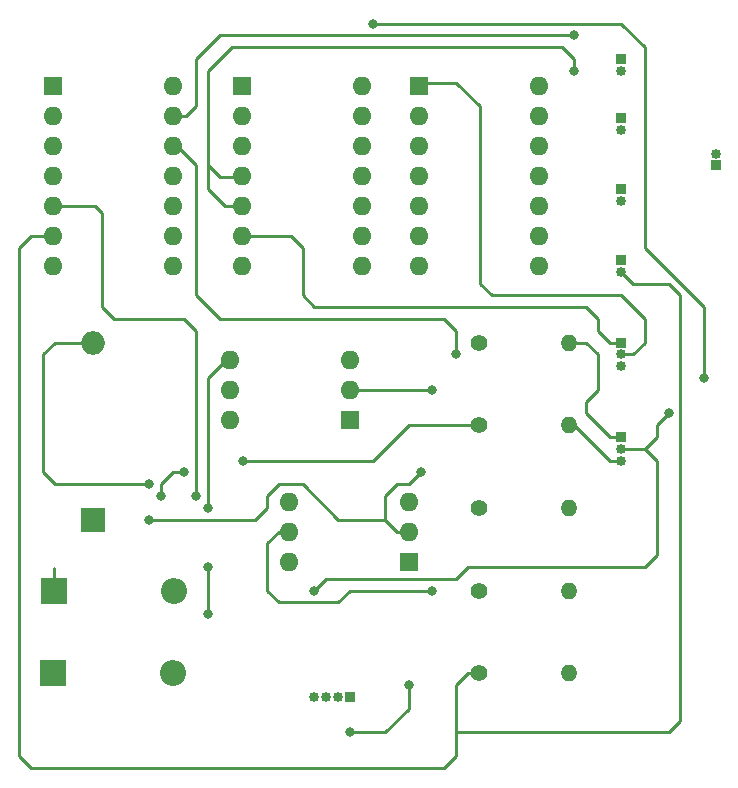
<source format=gbr>
%TF.GenerationSoftware,KiCad,Pcbnew,7.0.1-0*%
%TF.CreationDate,2023-05-12T11:35:49+01:00*%
%TF.ProjectId,rs232,72733233-322e-46b6-9963-61645f706362,rev?*%
%TF.SameCoordinates,Original*%
%TF.FileFunction,Copper,L2,Bot*%
%TF.FilePolarity,Positive*%
%FSLAX46Y46*%
G04 Gerber Fmt 4.6, Leading zero omitted, Abs format (unit mm)*
G04 Created by KiCad (PCBNEW 7.0.1-0) date 2023-05-12 11:35:49*
%MOMM*%
%LPD*%
G01*
G04 APERTURE LIST*
%TA.AperFunction,ComponentPad*%
%ADD10R,0.850000X0.850000*%
%TD*%
%TA.AperFunction,ComponentPad*%
%ADD11O,0.850000X0.850000*%
%TD*%
%TA.AperFunction,ComponentPad*%
%ADD12C,1.400000*%
%TD*%
%TA.AperFunction,ComponentPad*%
%ADD13O,1.400000X1.400000*%
%TD*%
%TA.AperFunction,ComponentPad*%
%ADD14R,1.600000X1.600000*%
%TD*%
%TA.AperFunction,ComponentPad*%
%ADD15O,1.600000X1.600000*%
%TD*%
%TA.AperFunction,ComponentPad*%
%ADD16R,2.200000X2.200000*%
%TD*%
%TA.AperFunction,ComponentPad*%
%ADD17O,2.200000X2.200000*%
%TD*%
%TA.AperFunction,ComponentPad*%
%ADD18R,2.000000X2.000000*%
%TD*%
%TA.AperFunction,ComponentPad*%
%ADD19O,2.000000X2.000000*%
%TD*%
%TA.AperFunction,ViaPad*%
%ADD20C,0.800000*%
%TD*%
%TA.AperFunction,Conductor*%
%ADD21C,0.250000*%
%TD*%
G04 APERTURE END LIST*
D10*
%TO.P,TSC1,1*%
%TO.N,N/C*%
X233000000Y-99000000D03*
D11*
%TO.P,TSC1,2*%
X233000000Y-100000000D03*
%TD*%
D10*
%TO.P,TSC4,1*%
%TO.N,N/C*%
X233000000Y-105000000D03*
D11*
%TO.P,TSC4,2*%
X233000000Y-106000000D03*
%TD*%
D10*
%TO.P,TSC3,1*%
%TO.N,N/C*%
X233000000Y-88000000D03*
D11*
%TO.P,TSC3,2*%
X233000000Y-89000000D03*
%TD*%
D10*
%TO.P,TSC2,1*%
%TO.N,N/C*%
X233000000Y-93000000D03*
D11*
%TO.P,TSC2,2*%
X233000000Y-94000000D03*
%TD*%
D12*
%TO.P,R4,1*%
%TO.N,Net-(C12-Pad1)*%
X220980000Y-112000000D03*
D13*
%TO.P,R4,2*%
%TO.N,Net-(J1-Pin_1)*%
X228600000Y-112000000D03*
%TD*%
D14*
%TO.P,E40,1,1A*%
%TO.N,unconnected-(E40-1A-Pad1)*%
X184840000Y-90300000D03*
D15*
%TO.P,E40,2,1Y*%
%TO.N,unconnected-(E40-1Y-Pad2)*%
X184840000Y-92840000D03*
%TO.P,E40,3,2A*%
%TO.N,unconnected-(E40-2A-Pad3)*%
X184840000Y-95380000D03*
%TO.P,E40,4,2Y*%
%TO.N,unconnected-(E40-2Y-Pad4)*%
X184840000Y-97920000D03*
%TO.P,E40,5,3A*%
%TO.N,Net-(E40-3A)*%
X184840000Y-100460000D03*
%TO.P,E40,6,3Y*%
%TO.N,Net-(E40-3Y)*%
X184840000Y-103000000D03*
%TO.P,E40,7,GND*%
%TO.N,unconnected-(E40-GND-Pad7)*%
X184840000Y-105540000D03*
%TO.P,E40,8,4Y*%
%TO.N,unconnected-(E40-4Y-Pad8)*%
X195000000Y-105540000D03*
%TO.P,E40,9,4A*%
%TO.N,unconnected-(E40-4A-Pad9)*%
X195000000Y-103000000D03*
%TO.P,E40,10,5Y*%
%TO.N,unconnected-(E40-5Y-Pad10)*%
X195000000Y-100460000D03*
%TO.P,E40,11,5A*%
%TO.N,unconnected-(E40-5A-Pad11)*%
X195000000Y-97920000D03*
%TO.P,E40,12,6Y*%
%TO.N,Net-(E40-6Y)*%
X195000000Y-95380000D03*
%TO.P,E40,13,6A*%
%TO.N,Net-(E40-6A)*%
X195000000Y-92840000D03*
%TO.P,E40,14,V_{CC}*%
%TO.N,unconnected-(E40-V_{CC}-Pad14)*%
X195000000Y-90300000D03*
%TD*%
D14*
%TO.P,E31,1,A*%
%TO.N,Net-(E31-A)*%
X215000000Y-130540000D03*
D15*
%TO.P,E31,2,C*%
%TO.N,Net-(C12-Pad1)*%
X215000000Y-128000000D03*
%TO.P,E31,3,N/C*%
%TO.N,unconnected-(E31-N{slash}C-Pad3)*%
X215000000Y-125460000D03*
%TO.P,E31,4,E*%
%TO.N,Net-(E31-E)*%
X204840000Y-125460000D03*
%TO.P,E31,5,C*%
%TO.N,Net-(E40-3A)*%
X204840000Y-128000000D03*
%TO.P,E31,6,B*%
%TO.N,unconnected-(E31-B-Pad6)*%
X204840000Y-130540000D03*
%TD*%
D10*
%TO.P,J1,1,Pin_1*%
%TO.N,Net-(J1-Pin_1)*%
X233000000Y-120000000D03*
D11*
%TO.P,J1,2,Pin_2*%
%TO.N,Net-(D10-A)*%
X233000000Y-121000000D03*
%TO.P,J1,3,Pin_3*%
%TO.N,Net-(J1-Pin_3)*%
X233000000Y-122000000D03*
%TD*%
D10*
%TO.P,J4,1,Pin_1*%
%TO.N,Net-(J4-Pin_1)*%
X241000000Y-97000000D03*
D11*
%TO.P,J4,2,Pin_2*%
%TO.N,Net-(J4-Pin_2)*%
X241000000Y-96000000D03*
%TD*%
D14*
%TO.P,E52,1,1A*%
%TO.N,Net-(E52-1A)*%
X215840000Y-90300000D03*
D15*
%TO.P,E52,2,1CONT*%
%TO.N,unconnected-(E52-1CONT-Pad2)*%
X215840000Y-92840000D03*
%TO.P,E52,3,1Y*%
%TO.N,Net-(E52-1Y)*%
X215840000Y-95380000D03*
%TO.P,E52,4,2A*%
%TO.N,unconnected-(E52-2A-Pad4)*%
X215840000Y-97920000D03*
%TO.P,E52,5,2CONT*%
%TO.N,unconnected-(E52-2CONT-Pad5)*%
X215840000Y-100460000D03*
%TO.P,E52,6,2Y*%
%TO.N,unconnected-(E52-2Y-Pad6)*%
X215840000Y-103000000D03*
%TO.P,E52,7,GND*%
%TO.N,unconnected-(E52-GND-Pad7)*%
X215840000Y-105540000D03*
%TO.P,E52,8,3Y*%
%TO.N,Net-(E52-3Y)*%
X226000000Y-105540000D03*
%TO.P,E52,9,3CONT*%
%TO.N,unconnected-(E52-3CONT-Pad9)*%
X226000000Y-103000000D03*
%TO.P,E52,10,3A*%
%TO.N,unconnected-(E52-3A-Pad10)*%
X226000000Y-100460000D03*
%TO.P,E52,11,4Y*%
%TO.N,unconnected-(E52-4Y-Pad11)*%
X226000000Y-97920000D03*
%TO.P,E52,12,4CONT*%
%TO.N,unconnected-(E52-4CONT-Pad12)*%
X226000000Y-95380000D03*
%TO.P,E52,13,4A*%
%TO.N,unconnected-(E52-4A-Pad13)*%
X226000000Y-92840000D03*
%TO.P,E52,14,V_{CC}*%
%TO.N,unconnected-(E52-V_{CC}-Pad14)*%
X226000000Y-90300000D03*
%TD*%
D14*
%TO.P,E46,1,V_{CC}-*%
%TO.N,Net-(D10-A)*%
X200840000Y-90300000D03*
D15*
%TO.P,E46,2,1A*%
%TO.N,unconnected-(E46-1A-Pad2)*%
X200840000Y-92840000D03*
%TO.P,E46,3,1Y*%
%TO.N,unconnected-(E46-1Y-Pad3)*%
X200840000Y-95380000D03*
%TO.P,E46,4,2A*%
%TO.N,Net-(E46-2A)*%
X200840000Y-97920000D03*
%TO.P,E46,5,2B*%
X200840000Y-100460000D03*
%TO.P,E46,6,2Y*%
%TO.N,Net-(E46-2Y)*%
X200840000Y-103000000D03*
%TO.P,E46,7,GND*%
%TO.N,unconnected-(E46-GND-Pad7)*%
X200840000Y-105540000D03*
%TO.P,E46,8,3Y*%
%TO.N,Net-(E46-3Y)*%
X211000000Y-105540000D03*
%TO.P,E46,9,3A*%
%TO.N,unconnected-(E46-3A-Pad9)*%
X211000000Y-103000000D03*
%TO.P,E46,10,3B*%
%TO.N,unconnected-(E46-3B-Pad10)*%
X211000000Y-100460000D03*
%TO.P,E46,11,4Y*%
%TO.N,unconnected-(E46-4Y-Pad11)*%
X211000000Y-97920000D03*
%TO.P,E46,12,4A*%
%TO.N,unconnected-(E46-4A-Pad12)*%
X211000000Y-95380000D03*
%TO.P,E46,13,4B*%
%TO.N,unconnected-(E46-4B-Pad13)*%
X211000000Y-92840000D03*
%TO.P,E46,14,V_{CC}+*%
%TO.N,Net-(E31-A)*%
X211000000Y-90300000D03*
%TD*%
D16*
%TO.P,D11,1,K*%
%TO.N,Net-(D10-K)*%
X184840000Y-140000000D03*
D17*
%TO.P,D11,2,A*%
%TO.N,Net-(D11-A)*%
X195000000Y-140000000D03*
%TD*%
D12*
%TO.P,R5,1*%
%TO.N,Net-(D10-K)*%
X220980000Y-119000000D03*
D13*
%TO.P,R5,2*%
%TO.N,Net-(J1-Pin_3)*%
X228600000Y-119000000D03*
%TD*%
D10*
%TO.P,J3,1,Pin_1*%
%TO.N,Net-(E46-2Y)*%
X233000000Y-112000000D03*
D11*
%TO.P,J3,2,Pin_2*%
%TO.N,Net-(E52-1A)*%
X233000000Y-113000000D03*
%TO.P,J3,3,Pin_3*%
%TO.N,Net-(E31-E)*%
X233000000Y-114000000D03*
%TD*%
D18*
%TO.P,C12,1*%
%TO.N,Net-(C12-Pad1)*%
X188242500Y-127000000D03*
D19*
%TO.P,C12,2*%
%TO.N,Net-(E31-E)*%
X188242500Y-112000000D03*
%TD*%
D14*
%TO.P,E30,1,A*%
%TO.N,Net-(E30-A)*%
X210000000Y-118540000D03*
D15*
%TO.P,E30,2,C*%
%TO.N,Net-(E30-C-Pad2)*%
X210000000Y-116000000D03*
%TO.P,E30,3,N/C*%
%TO.N,unconnected-(E30-N{slash}C-Pad3)*%
X210000000Y-113460000D03*
%TO.P,E30,4,E*%
%TO.N,Net-(D11-A)*%
X199840000Y-113460000D03*
%TO.P,E30,5,C*%
%TO.N,Net-(E31-A)*%
X199840000Y-116000000D03*
%TO.P,E30,6,B*%
%TO.N,unconnected-(E30-B-Pad6)*%
X199840000Y-118540000D03*
%TD*%
D12*
%TO.P,R16,1*%
%TO.N,Net-(E40-3A)*%
X220980000Y-133000000D03*
D13*
%TO.P,R16,2*%
%TO.N,Net-(E30-A)*%
X228600000Y-133000000D03*
%TD*%
D12*
%TO.P,R9,1*%
%TO.N,Net-(E40-6Y)*%
X220980000Y-126000000D03*
D13*
%TO.P,R9,2*%
%TO.N,Net-(E30-C-Pad2)*%
X228600000Y-126000000D03*
%TD*%
D10*
%TO.P,J2,1,Pin_1*%
%TO.N,Net-(E30-A)*%
X210000000Y-142000000D03*
D11*
%TO.P,J2,2,Pin_2*%
%TO.N,Net-(E31-A)*%
X209000000Y-142000000D03*
%TO.P,J2,3,Pin_3*%
%TO.N,Net-(E31-E)*%
X208000000Y-142000000D03*
%TO.P,J2,4,Pin_4*%
%TO.N,Net-(D10-A)*%
X207000000Y-142000000D03*
%TD*%
D16*
%TO.P,D10,1,K*%
%TO.N,Net-(D10-K)*%
X184920000Y-133000000D03*
D17*
%TO.P,D10,2,A*%
%TO.N,Net-(D10-A)*%
X195080000Y-133000000D03*
%TD*%
D12*
%TO.P,R17,1*%
%TO.N,Net-(E40-3Y)*%
X220980000Y-140000000D03*
D13*
%TO.P,R17,2*%
%TO.N,Net-(E30-A)*%
X228600000Y-140000000D03*
%TD*%
D20*
%TO.N,Net-(D10-K)*%
X201000000Y-122000000D03*
X196000000Y-123000000D03*
X194000000Y-125000000D03*
%TO.N,Net-(D10-A)*%
X207000000Y-133000000D03*
X237000000Y-118000000D03*
X240000000Y-115000000D03*
X212000000Y-85000000D03*
%TO.N,Net-(D11-A)*%
X198000000Y-135000000D03*
X198000000Y-131000000D03*
X198000000Y-126000000D03*
%TO.N,Net-(E30-C-Pad2)*%
X217000000Y-116000000D03*
%TO.N,Net-(E31-A)*%
X210000000Y-145000000D03*
X215000000Y-141000000D03*
%TO.N,Net-(C12-Pad1)*%
X193000000Y-127000000D03*
X216000000Y-123000000D03*
%TO.N,Net-(E31-E)*%
X193000000Y-124000000D03*
%TO.N,Net-(E40-3A)*%
X217000000Y-133000000D03*
X197000000Y-125000000D03*
%TO.N,Net-(E40-6Y)*%
X219000000Y-113000000D03*
%TO.N,Net-(E40-6A)*%
X229000000Y-86000000D03*
%TO.N,Net-(E46-2A)*%
X229000000Y-89000000D03*
%TD*%
D21*
%TO.N,Net-(D10-A)*%
X235000000Y-104000000D02*
X240000000Y-109000000D01*
%TO.N,Net-(E40-3Y)*%
X238000000Y-144000000D02*
X237000000Y-145000000D01*
X238000000Y-108000000D02*
X238000000Y-144000000D01*
X237000000Y-107000000D02*
X238000000Y-108000000D01*
%TO.N,Net-(D10-A)*%
X240000000Y-115000000D02*
X240000000Y-109000000D01*
X235000000Y-104000000D02*
X235000000Y-87000000D01*
X235000000Y-87000000D02*
X233000000Y-85000000D01*
X233000000Y-85000000D02*
X212000000Y-85000000D01*
%TO.N,Net-(D10-K)*%
X194000000Y-124000000D02*
X195000000Y-123000000D01*
X195000000Y-123000000D02*
X196000000Y-123000000D01*
X212000000Y-122000000D02*
X215000000Y-119000000D01*
X184920000Y-133000000D02*
X184920000Y-131080000D01*
X215000000Y-119000000D02*
X220980000Y-119000000D01*
X201000000Y-122000000D02*
X212000000Y-122000000D01*
X194000000Y-125000000D02*
X194000000Y-124000000D01*
%TO.N,Net-(D10-A)*%
X236000000Y-119000000D02*
X236000000Y-120000000D01*
X235000000Y-121000000D02*
X233000000Y-121000000D01*
X208000000Y-132000000D02*
X207000000Y-133000000D01*
X236000000Y-130000000D02*
X235000000Y-131000000D01*
X236000000Y-122000000D02*
X236000000Y-130000000D01*
X236000000Y-120000000D02*
X235000000Y-121000000D01*
X235000000Y-131000000D02*
X220000000Y-131000000D01*
X236000000Y-122000000D02*
X235000000Y-121000000D01*
X219000000Y-132000000D02*
X208000000Y-132000000D01*
X237000000Y-118000000D02*
X236000000Y-119000000D01*
X220000000Y-131000000D02*
X219000000Y-132000000D01*
%TO.N,Net-(D11-A)*%
X198000000Y-135000000D02*
X198000000Y-131000000D01*
X199540000Y-113460000D02*
X198000000Y-115000000D01*
X199840000Y-113460000D02*
X199540000Y-113460000D01*
X198000000Y-115000000D02*
X198000000Y-126000000D01*
%TO.N,Net-(E30-C-Pad2)*%
X210000000Y-116000000D02*
X217000000Y-116000000D01*
%TO.N,Net-(E31-A)*%
X210000000Y-145000000D02*
X213000000Y-145000000D01*
X215000000Y-141000000D02*
X215000000Y-143000000D01*
X213000000Y-145000000D02*
X215000000Y-143000000D01*
%TO.N,Net-(C12-Pad1)*%
X214000000Y-128000000D02*
X213000000Y-127000000D01*
X213000000Y-127000000D02*
X213000000Y-125000000D01*
X203000000Y-125000000D02*
X203000000Y-126000000D01*
X193000000Y-127000000D02*
X202000000Y-127000000D01*
X215000000Y-124000000D02*
X216000000Y-123000000D01*
X214000000Y-124000000D02*
X215000000Y-124000000D01*
X209000000Y-127000000D02*
X213000000Y-127000000D01*
X213000000Y-125000000D02*
X214000000Y-124000000D01*
X204000000Y-124000000D02*
X203000000Y-125000000D01*
X209000000Y-127000000D02*
X206000000Y-124000000D01*
X202000000Y-127000000D02*
X203000000Y-126000000D01*
X215000000Y-128000000D02*
X214000000Y-128000000D01*
X206000000Y-124000000D02*
X204000000Y-124000000D01*
%TO.N,Net-(E31-E)*%
X185000000Y-112000000D02*
X188242500Y-112000000D01*
X185000000Y-124000000D02*
X184000000Y-123000000D01*
X184000000Y-123000000D02*
X184000000Y-113000000D01*
X184000000Y-113000000D02*
X185000000Y-112000000D01*
X193000000Y-124000000D02*
X185000000Y-124000000D01*
%TO.N,Net-(E40-3A)*%
X204000000Y-128000000D02*
X204840000Y-128000000D01*
X189000000Y-101000000D02*
X189000000Y-109000000D01*
X203000000Y-133000000D02*
X203000000Y-129000000D01*
X188460000Y-100460000D02*
X189000000Y-101000000D01*
X204000000Y-134000000D02*
X203000000Y-133000000D01*
X197000000Y-111000000D02*
X197000000Y-125000000D01*
X189000000Y-109000000D02*
X190000000Y-110000000D01*
X217000000Y-133000000D02*
X210000000Y-133000000D01*
X210000000Y-133000000D02*
X209000000Y-134000000D01*
X196000000Y-110000000D02*
X197000000Y-111000000D01*
X209000000Y-134000000D02*
X204000000Y-134000000D01*
X184840000Y-100460000D02*
X188460000Y-100460000D01*
X190000000Y-110000000D02*
X196000000Y-110000000D01*
X203000000Y-129000000D02*
X204000000Y-128000000D01*
%TO.N,Net-(E40-3Y)*%
X237000000Y-107000000D02*
X234000000Y-107000000D01*
X236000000Y-145000000D02*
X237000000Y-145000000D01*
X182000000Y-104000000D02*
X183000000Y-103000000D01*
X234000000Y-107000000D02*
X233000000Y-106000000D01*
X219000000Y-141000000D02*
X219000000Y-145000000D01*
X220000000Y-140000000D02*
X219000000Y-141000000D01*
X219000000Y-145000000D02*
X219000000Y-147000000D01*
X218000000Y-148000000D02*
X183000000Y-148000000D01*
X232000000Y-145000000D02*
X219000000Y-145000000D01*
X219000000Y-147000000D02*
X218000000Y-148000000D01*
X183000000Y-103000000D02*
X184840000Y-103000000D01*
X232000000Y-145000000D02*
X236000000Y-145000000D01*
X182000000Y-147000000D02*
X182000000Y-104000000D01*
X183000000Y-148000000D02*
X182000000Y-147000000D01*
X220980000Y-140000000D02*
X220000000Y-140000000D01*
%TO.N,Net-(E40-6Y)*%
X219000000Y-111000000D02*
X218000000Y-110000000D01*
X197000000Y-97000000D02*
X195380000Y-95380000D01*
X197000000Y-108000000D02*
X197000000Y-97000000D01*
X195380000Y-95380000D02*
X195000000Y-95380000D01*
X218000000Y-110000000D02*
X199000000Y-110000000D01*
X199000000Y-110000000D02*
X197000000Y-108000000D01*
X219000000Y-113000000D02*
X219000000Y-111000000D01*
%TO.N,Net-(E40-6A)*%
X197000000Y-92000000D02*
X196160000Y-92840000D01*
X196160000Y-92840000D02*
X195000000Y-92840000D01*
X199000000Y-86000000D02*
X197000000Y-88000000D01*
X197000000Y-88000000D02*
X197000000Y-92000000D01*
X229000000Y-86000000D02*
X199000000Y-86000000D01*
%TO.N,Net-(E46-2A)*%
X199000000Y-98000000D02*
X200760000Y-98000000D01*
X199460000Y-100460000D02*
X200840000Y-100460000D01*
X229000000Y-89000000D02*
X229000000Y-88000000D01*
X200760000Y-98000000D02*
X200840000Y-97920000D01*
X199000000Y-88000000D02*
X198000000Y-89000000D01*
X198000000Y-93000000D02*
X198000000Y-97000000D01*
X198000000Y-89000000D02*
X198000000Y-93000000D01*
X200000000Y-87000000D02*
X199000000Y-88000000D01*
X198000000Y-97000000D02*
X199000000Y-98000000D01*
X198000000Y-99000000D02*
X199460000Y-100460000D01*
X229000000Y-88000000D02*
X228000000Y-87000000D01*
X198000000Y-97000000D02*
X198000000Y-99000000D01*
X228000000Y-87000000D02*
X200000000Y-87000000D01*
%TO.N,Net-(E46-2Y)*%
X206000000Y-107000000D02*
X206000000Y-104000000D01*
X206000000Y-108000000D02*
X206000000Y-107000000D01*
X230000000Y-109000000D02*
X207000000Y-109000000D01*
X231000000Y-111000000D02*
X231000000Y-110000000D01*
X206000000Y-104000000D02*
X205000000Y-103000000D01*
X205000000Y-103000000D02*
X200840000Y-103000000D01*
X233000000Y-112000000D02*
X232000000Y-112000000D01*
X207000000Y-109000000D02*
X206000000Y-108000000D01*
X232000000Y-112000000D02*
X231000000Y-111000000D01*
X231000000Y-110000000D02*
X230000000Y-109000000D01*
%TO.N,Net-(E52-1A)*%
X233000000Y-108000000D02*
X235000000Y-110000000D01*
X234000000Y-113000000D02*
X233000000Y-113000000D01*
X235000000Y-110000000D02*
X235000000Y-112000000D01*
X216140000Y-90000000D02*
X219000000Y-90000000D01*
X221000000Y-92000000D02*
X221000000Y-107000000D01*
X222000000Y-108000000D02*
X221000000Y-107000000D01*
X222000000Y-108000000D02*
X233000000Y-108000000D01*
X219000000Y-90000000D02*
X221000000Y-92000000D01*
X215840000Y-90300000D02*
X216140000Y-90000000D01*
X235000000Y-112000000D02*
X234000000Y-113000000D01*
%TO.N,Net-(J1-Pin_1)*%
X233000000Y-120000000D02*
X232000000Y-120000000D01*
X230000000Y-117000000D02*
X231000000Y-116000000D01*
X230000000Y-112000000D02*
X228600000Y-112000000D01*
X231000000Y-113000000D02*
X230000000Y-112000000D01*
X231000000Y-116000000D02*
X231000000Y-113000000D01*
X232000000Y-120000000D02*
X230000000Y-118000000D01*
X230000000Y-118000000D02*
X230000000Y-117000000D01*
%TO.N,Net-(J1-Pin_3)*%
X229000000Y-119000000D02*
X232000000Y-122000000D01*
X228600000Y-119000000D02*
X229000000Y-119000000D01*
X232000000Y-122000000D02*
X233000000Y-122000000D01*
%TD*%
M02*

</source>
